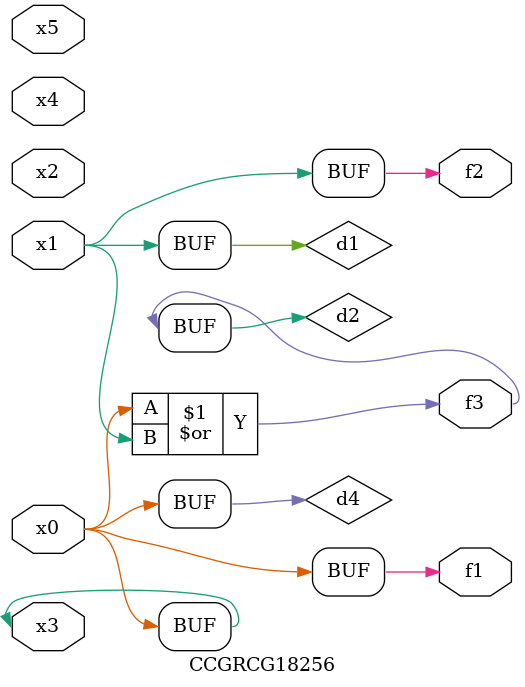
<source format=v>
module CCGRCG18256(
	input x0, x1, x2, x3, x4, x5,
	output f1, f2, f3
);

	wire d1, d2, d3, d4;

	and (d1, x1);
	or (d2, x0, x1);
	nand (d3, x0, x5);
	buf (d4, x0, x3);
	assign f1 = d4;
	assign f2 = d1;
	assign f3 = d2;
endmodule

</source>
